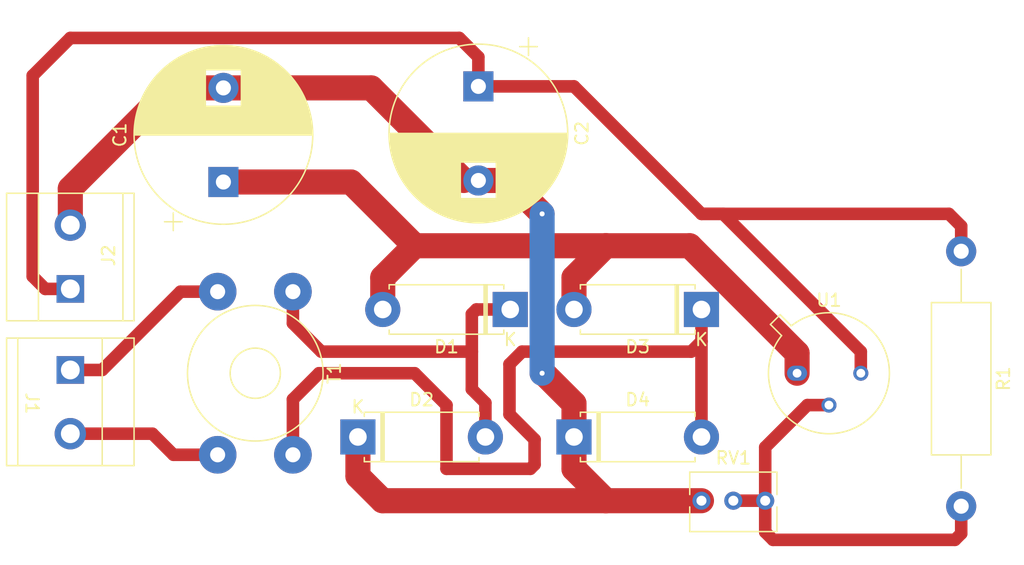
<source format=kicad_pcb>
(kicad_pcb (version 20211014) (generator pcbnew)
  (layers (0 "F.Cu" signal) (31 "B.Cu" signal) (34 "B.Paste" user) (35 "F.Paste" user) (36 "B.SilkS" user "B.Silkscreen") (37 "F.SilkS" user "F.Silkscreen") (38 "B.Mask" user) (39 "F.Mask" user) (44 "Edge.Cuts" user))
  (net 0 "")
  (net 1 "+12V")
  (net 2 "GND")
  (net 3 "Net-(C2-Pad1)")
  (net 4 "Net-(D1-Pad1)")
  (net 5 "Net-(R1-Pad2)")
  (net 6 "Net-(T1-Pad1)")
  (net 7 "Net-(T1-Pad2)")
  (footprint "lib_pcb:thermalblock" (layer "F.Cu") (at 64 45.46 -90)
    (fp_text reference "J1" (at 2.667 3.048 -90 unlocked) (layer "F.SilkS"))
    (fp_text value "klemens")
    (pad "1" thru_hole rect (at 0 0 270) (size 2.2 2.2) (drill 1.5) (layers *.Cu *.Mask) (net 6 "Net-(T1-Pad1)"))
    (pad "2" thru_hole circle (at 5.08 0 270) (size 2.5 2.5) (drill 1.5) (layers *.Cu *.Mask) (net 7 "Net-(T1-Pad2)"))
  )
  (footprint "Diode_THT:D_5W_P10.16mm_Horizontal" (layer "F.Cu") (at 114.3 40.64 180)
    (fp_text reference "D3" (at 5.08 -2.97) (layer "F.SilkS"))
    (fp_text value "DIODE")
    (fp_text user "K" (at 0 -2.4) (layer "F.SilkS"))
    (pad "1" thru_hole rect (at 0 0 180) (size 2.8 2.8) (drill 1.4) (layers *.Cu *.Mask) (net 1 "+12V"))
    (pad "2" thru_hole oval (at 10.16 0 180) (size 2.8 2.8) (drill 1.4) (layers *.Cu *.Mask) (net 1 "+12V"))
  )
  (footprint "Diode_THT:D_5W_P10.16mm_Horizontal" (layer "F.Cu") (at 104.14 50.8)
    (fp_text reference "D4" (at 5.08 -2.97) (layer "F.SilkS"))
    (fp_text value "DIODE")
    (pad "1" thru_hole rect (at 0 0) (size 2.8 2.8) (drill 1.4) (layers *.Cu *.Mask) (net 2 "GND"))
    (pad "2" thru_hole oval (at 10.16 0) (size 2.8 2.8) (drill 1.4) (layers *.Cu *.Mask) (net 1 "+12V"))
  )
  (footprint "lib_pcb:thermalblock" (layer "F.Cu") (at 64 39 90)
    (fp_text reference "J2" (at 2.667 3.048 90 unlocked) (layer "F.SilkS"))
    (fp_text value "klemens")
    (pad "1" thru_hole rect (at 0 0 90) (size 2.2 2.2) (drill 1.5) (layers *.Cu *.Mask) (net 3 "Net-(C2-Pad1)"))
    (pad "2" thru_hole circle (at 5.08 0 90) (size 2.5 2.5) (drill 1.5) (layers *.Cu *.Mask) (net 2 "GND"))
  )
  (footprint "Capacitor_THT:CP_Radial_D14.0mm_P7.50mm" (layer "F.Cu") (at 76.2 30.48 90)
    (fp_text reference "C1" (at 3.75 -8.25 90) (layer "F.SilkS"))
    (fp_text value "220uF")
    (pad "1" thru_hole rect (at 0 0 90) (size 2.4 2.4) (drill 1.2) (layers *.Cu *.Mask) (net 1 "+12V"))
    (pad "2" thru_hole circle (at 7.5 0 90) (size 2.4 2.4) (drill 1.2) (layers *.Cu *.Mask) (net 2 "GND"))
  )
  (footprint "Diode_THT:D_5W_P10.16mm_Horizontal" (layer "F.Cu") (at 99.06 40.64 180)
    (fp_text reference "D1" (at 5.08 -2.97) (layer "F.SilkS"))
    (fp_text value "DIODE")
    (fp_text user "K" (at 0 -2.4) (layer "F.SilkS"))
    (pad "1" thru_hole rect (at 0 0 180) (size 2.8 2.8) (drill 1.4) (layers *.Cu *.Mask) (net 4 "Net-(D1-Pad1)"))
    (pad "2" thru_hole oval (at 10.16 0 180) (size 2.8 2.8) (drill 1.4) (layers *.Cu *.Mask) (net 1 "+12V"))
  )
  (footprint "Capacitor_THT:CP_Radial_D14.0mm_P7.50mm" (layer "F.Cu") (at 96.52 22.86 -90)
    (fp_text reference "C2" (at 3.75 -8.25 90) (layer "F.SilkS"))
    (fp_text value "100uF")
    (pad "1" thru_hole rect (at 0 0 270) (size 2.4 2.4) (drill 1.2) (layers *.Cu *.Mask) (net 3 "Net-(C2-Pad1)"))
    (pad "2" thru_hole circle (at 7.5 0 270) (size 2.4 2.4) (drill 1.2) (layers *.Cu *.Mask) (net 2 "GND"))
  )
  (footprint "Resistor_THT:R_Axial_DIN0414_L11.9mm_D4.5mm_P20.32mm_Horizontal" (layer "F.Cu") (at 135 36 -90)
    (fp_text reference "R1" (at 10.16 -3.37 90) (layer "F.SilkS"))
    (fp_text value "240R")
    (pad "1" thru_hole circle (at 0 0 270) (size 2.4 2.4) (drill 1.2) (layers *.Cu *.Mask) (net 3 "Net-(C2-Pad1)"))
    (pad "2" thru_hole oval (at 20.32 0 270) (size 2.4 2.4) (drill 1.2) (layers *.Cu *.Mask) (net 5 "Net-(R1-Pad2)"))
  )
  (footprint "Diode_THT:D_5W_P10.16mm_Horizontal" (layer "F.Cu") (at 86.92 50.8)
    (fp_text reference "D2" (at 5.08 -2.97) (layer "F.SilkS"))
    (fp_text value "DIODE")
    (fp_text user "K" (at 0 -2.4) (layer "F.SilkS"))
    (pad "1" thru_hole rect (at 0 0) (size 2.8 2.8) (drill 1.4) (layers *.Cu *.Mask) (net 2 "GND"))
    (pad "2" thru_hole oval (at 10.16 0) (size 2.8 2.8) (drill 1.4) (layers *.Cu *.Mask) (net 4 "Net-(D1-Pad1)"))
  )
  (footprint "Transformer_THT:Transformer_Toroid_Horizontal_D10.5mm_Amidon-T37" (layer "F.Cu") (at 75.74 39.22 -90)
    (fp_text reference "T1" (at 6.5 -9.3 90) (layer "F.SilkS"))
    (fp_text value "Transformer_1P_1S")
    (pad "1" thru_hole circle (at 0 0 270) (size 3 3) (drill 1.2) (layers *.Cu *.Mask) (net 6 "Net-(T1-Pad1)"))
    (pad "2" thru_hole circle (at 13 0 270) (size 3 3) (drill 1.2) (layers *.Cu *.Mask) (net 7 "Net-(T1-Pad2)"))
    (pad "3" thru_hole circle (at 0 -6 270) (size 3 3) (drill 1.2) (layers *.Cu *.Mask) (net 4 "Net-(D1-Pad1)"))
    (pad "4" thru_hole circle (at 13 -6 270) (size 3 3) (drill 1.2) (layers *.Cu *.Mask) (net 1 "+12V"))
  )
  (footprint "Potentiometer_THT:Potentiometer_Bourns_3266Y_Vertical" (layer "F.Cu") (at 119.38 55.88)
    (fp_text reference "RV1" (at -2.54 -3.41) (layer "F.SilkS"))
    (fp_text value "3.6k")
    (pad "1" thru_hole circle (at 0 0) (size 1.44 1.44) (drill 0.8) (layers *.Cu *.Mask) (net 5 "Net-(R1-Pad2)"))
    (pad "2" thru_hole circle (at -2.54 0) (size 1.44 1.44) (drill 0.8) (layers *.Cu *.Mask) (net 5 "Net-(R1-Pad2)"))
    (pad "3" thru_hole circle (at -5.08 0) (size 1.44 1.44) (drill 0.8) (layers *.Cu *.Mask) (net 2 "GND"))
  )
  (footprint "Package_TO_SOT_THT:TO-39-3" (layer "F.Cu") (at 121.92 45.72)
    (fp_text reference "U1" (at 2.54 -5.82) (layer "F.SilkS"))
    (fp_text value "LM317_TO39")
    (pad "1" thru_hole oval (at 0 0) (size 1.6 1.2) (drill 0.7) (layers *.Cu *.Mask) (net 1 "+12V"))
    (pad "2" thru_hole oval (at 2.54 2.54) (size 1.2 1.2) (drill 0.7) (layers *.Cu *.Mask) (net 5 "Net-(R1-Pad2)"))
    (pad "3" thru_hole oval (at 5.08 0) (size 1.2 1.2) (drill 0.7) (layers *.Cu *.Mask) (net 3 "Net-(C2-Pad1)"))
  )
  (segment (start 114.3 50.8) (end 114.3 43.18) (width 1) (layer "F.Cu") (net 1))
  (segment (start 104.14 40.64) (end 104.14 38.1) (width 2) (layer "F.Cu") (net 1))
  (segment (start 93.98 48.26) (end 93.98 53.34) (width 1) (layer "F.Cu") (net 1))
  (segment (start 76.2 30.48) (end 86.36 30.48) (width 2) (layer "F.Cu") (net 1))
  (segment (start 81.74 47.8) (end 83.82 45.72) (width 1) (layer "F.Cu") (net 1))
  (segment (start 104.14 38.1) (end 106.68 35.56) (width 2) (layer "F.Cu") (net 1))
  (segment (start 86.36 30.48) (end 91.44 35.56) (width 2) (layer "F.Cu") (net 1))
  (segment (start 121.92 44.12) (end 121.92 45.72) (width 2) (layer "F.Cu") (net 1))
  (segment (start 83.82 45.72) (end 91.44 45.72) (width 1) (layer "F.Cu") (net 1))
  (segment (start 100 44) (end 113.48 44) (width 1) (layer "F.Cu") (net 1))
  (segment (start 100.66 53.34) (end 101 53) (width 1) (layer "F.Cu") (net 1))
  (segment (start 101 53) (end 101 51) (width 1) (layer "F.Cu") (net 1))
  (segment (start 106.68 35.56) (end 113.36 35.56) (width 2) (layer "F.Cu") (net 1))
  (segment (start 88.9 38.1) (end 91.44 35.56) (width 2) (layer "F.Cu") (net 1))
  (segment (start 88.9 40.64) (end 88.9 38.1) (width 2) (layer "F.Cu") (net 1))
  (segment (start 113.48 44) (end 114.3 43.18) (width 1) (layer "F.Cu") (net 1))
  (segment (start 93.98 53.34) (end 100.66 53.34) (width 1) (layer "F.Cu") (net 1))
  (segment (start 99 45) (end 100 44) (width 1) (layer "F.Cu") (net 1))
  (segment (start 99 49) (end 99 45) (width 1) (layer "F.Cu") (net 1))
  (segment (start 113.36 35.56) (end 121.92 44.12) (width 2) (layer "F.Cu") (net 1))
  (segment (start 91.44 35.56) (end 106.68 35.56) (width 2) (layer "F.Cu") (net 1))
  (segment (start 114.3 43.18) (end 114.3 40.64) (width 1) (layer "F.Cu") (net 1))
  (segment (start 101 51) (end 99 49) (width 1) (layer "F.Cu") (net 1))
  (segment (start 91.44 45.72) (end 93.98 48.26) (width 1) (layer "F.Cu") (net 1))
  (segment (start 81.74 52.22) (end 81.74 47.8) (width 1) (layer "F.Cu") (net 1))
  (segment (start 104.14 53.34) (end 104.14 50.8) (width 2) (layer "F.Cu") (net 2))
  (segment (start 114.3 55.88) (end 106.68 55.88) (width 2) (layer "F.Cu") (net 2))
  (segment (start 101.72 45.72) (end 104.14 48.14) (width 2) (layer "F.Cu") (net 2))
  (segment (start 88.88 55.88) (end 106.68 55.88) (width 2) (layer "F.Cu") (net 2))
  (segment (start 95.36 30.36) (end 96.52 30.36) (width 1) (layer "F.Cu") (net 2))
  (segment (start 87.98 22.98) (end 95.36 30.36) (width 2) (layer "F.Cu") (net 2))
  (segment (start 64 33.92) (end 64 31) (width 2) (layer "F.Cu") (net 2))
  (segment (start 86.92 50.8) (end 86.92 51.36) (width 1) (layer "F.Cu") (net 2))
  (segment (start 98.94 30.36) (end 101.6 33.02) (width 2) (layer "F.Cu") (net 2))
  (segment (start 76.2 22.98) (end 87.98 22.98) (width 2) (layer "F.Cu") (net 2))
  (segment (start 86.92 51.36) (end 86.92 53.92) (width 2) (layer "F.Cu") (net 2))
  (segment (start 86.92 53.92) (end 88.88 55.88) (width 2) (layer "F.Cu") (net 2))
  (segment (start 64 31) (end 72.02 22.98) (width 2) (layer "F.Cu") (net 2))
  (segment (start 106.68 55.88) (end 104.14 53.34) (width 2) (layer "F.Cu") (net 2))
  (segment (start 72.02 22.98) (end 76.2 22.98) (width 2) (layer "F.Cu") (net 2))
  (segment (start 104.14 48.14) (end 104.14 50.8) (width 2) (layer "F.Cu") (net 2))
  (segment (start 96.52 30.36) (end 98.94 30.36) (width 2) (layer "F.Cu") (net 2))
  (segment (start 101.6 45.72) (end 101.72 45.72) (width 2) (layer "F.Cu") (net 2))
  (via (at 101.6 45.72) (size 0.8) (drill 0.4) (layers "F.Cu" "B.Cu") (net 2))
  (via (at 101.6 33.02) (size 0.8) (drill 0.4) (layers "F.Cu" "B.Cu") (net 2))
  (segment (start 101.6 33.02) (end 101.6 45.72) (width 2) (layer "B.Cu") (net 2))
  (segment (start 104.14 22.86) (end 114.3 33.02) (width 1) (layer "F.Cu") (net 3))
  (segment (start 96.52 22.86) (end 104.14 22.86) (width 1) (layer "F.Cu") (net 3))
  (segment (start 135 34) (end 134.02 33.02) (width 1) (layer "F.Cu") (net 3))
  (segment (start 61 22) (end 64 19) (width 1) (layer "F.Cu") (net 3))
  (segment (start 134.02 33.02) (end 114.3 33.02) (width 1) (layer "F.Cu") (net 3))
  (segment (start 62 39) (end 61 38) (width 1) (layer "F.Cu") (net 3))
  (segment (start 135 36) (end 135 34) (width 1) (layer "F.Cu") (net 3))
  (segment (start 96.52 20.52) (end 96.52 22.86) (width 1) (layer "F.Cu") (net 3))
  (segment (start 116.02 33.02) (end 127 44) (width 1) (layer "F.Cu") (net 3))
  (segment (start 61 38) (end 61 22) (width 1) (layer "F.Cu") (net 3))
  (segment (start 95 19) (end 96.52 20.52) (width 1) (layer "F.Cu") (net 3))
  (segment (start 114.3 33.02) (end 116.02 33.02) (width 1) (layer "F.Cu") (net 3))
  (segment (start 64 39) (end 62 39) (width 1) (layer "F.Cu") (net 3))
  (segment (start 127 44) (end 127 45.72) (width 1) (layer "F.Cu") (net 3))
  (segment (start 64 19) (end 95 19) (width 1) (layer "F.Cu") (net 3))
  (segment (start 96 41) (end 96.36 40.64) (width 1) (layer "F.Cu") (net 4))
  (segment (start 81.74 39.22) (end 81.74 41.74) (width 1) (layer "F.Cu") (net 4))
  (segment (start 81.74 41.74) (end 84 44) (width 1) (layer "F.Cu") (net 4))
  (segment (start 96.36 40.64) (end 99.06 40.64) (width 1) (layer "F.Cu") (net 4))
  (segment (start 97.08 48.08) (end 96 47) (width 1) (layer "F.Cu") (net 4))
  (segment (start 97.08 50.8) (end 97.08 48.08) (width 1) (layer "F.Cu") (net 4))
  (segment (start 96 47) (end 96 41) (width 1) (layer "F.Cu") (net 4))
  (segment (start 84 44) (end 96 44) (width 1) (layer "F.Cu") (net 4))
  (segment (start 119.38 55.88) (end 119.38 51.62) (width 1) (layer "F.Cu") (net 5))
  (segment (start 119.38 51.62) (end 122.74 48.26) (width 1) (layer "F.Cu") (net 5))
  (segment (start 135 56.32) (end 135 58.5) (width 1) (layer "F.Cu") (net 5))
  (segment (start 120 59) (end 119.38 58.38) (width 1) (layer "F.Cu") (net 5))
  (segment (start 135 58.5) (end 134.5 59) (width 1) (layer "F.Cu") (net 5))
  (segment (start 119.38 58.38) (end 119.38 55.88) (width 1) (layer "F.Cu") (net 5))
  (segment (start 122.74 48.26) (end 124.46 48.26) (width 1) (layer "F.Cu") (net 5))
  (segment (start 116.84 55.88) (end 119.38 55.88) (width 1) (layer "F.Cu") (net 5))
  (segment (start 134.5 59) (end 120 59) (width 1) (layer "F.Cu") (net 5))
  (segment (start 66.54 45.46) (end 72.78 39.22) (width 1) (layer "F.Cu") (net 6))
  (segment (start 64 45.46) (end 66.54 45.46) (width 1) (layer "F.Cu") (net 6))
  (segment (start 72.78 39.22) (end 75.74 39.22) (width 1) (layer "F.Cu") (net 6))
  (segment (start 64 50.54) (end 70.54 50.54) (width 1) (layer "F.Cu") (net 7))
  (segment (start 70.54 50.54) (end 72.22 52.22) (width 1) (layer "F.Cu") (net 7))
  (segment (start 72.22 52.22) (end 75.74 52.22) (width 1) (layer "F.Cu") (net 7))
)
</source>
